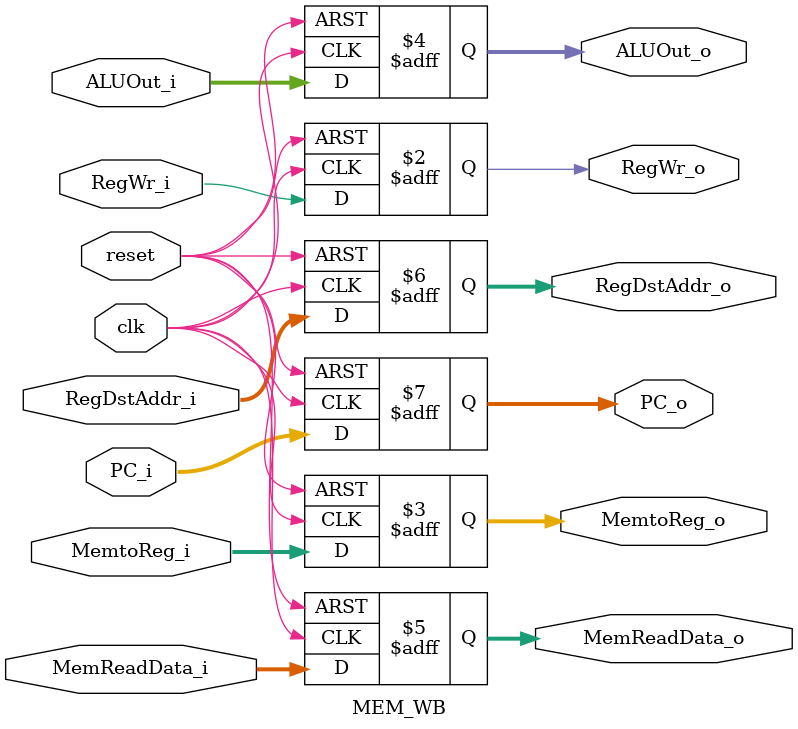
<source format=v>
`timescale 1ns / 1ps


module MEM_WB(
//input
        input clk,  
        input reset,             
        //ControlSignals
        input RegWr_i,           
        input [2 -1:0] MemtoReg_i,     
        //ALUData&RegDst&MemWriteData
        input [32 -1:0] ALUOut_i,   
        input [32 -1:0] MemReadData_i,      
        input [5 -1:0] RegDstAddr_i,    
        input [32 -1:0] PC_i,            
//output
        output reg RegWr_o,            
        output reg [2 -1:0] MemtoReg_o,    
        output reg [32 -1:0] ALUOut_o,         
        output reg [32 -1:0] MemReadData_o,      
        output reg [5 -1:0] RegDstAddr_o,     
        output reg [32 -1:0] PC_o              //for jal
    );
    
    always @(posedge reset or posedge clk) begin
            if(reset) begin
                RegWr_o <= 1'b0;
                MemtoReg_o <= 2'b00;
                ALUOut_o <= 32'h00000000;
                MemReadData_o <= 32'h00000000;
                RegDstAddr_o <= 5'b00000;
                PC_o <= 32'h00000000;
            end
            else begin
                RegWr_o <= RegWr_i;
                MemtoReg_o <= MemtoReg_i;
                ALUOut_o <= ALUOut_i;
                MemReadData_o <= MemReadData_i;
                RegDstAddr_o <= RegDstAddr_i;
                PC_o <= PC_i;
            end
        end
endmodule

</source>
